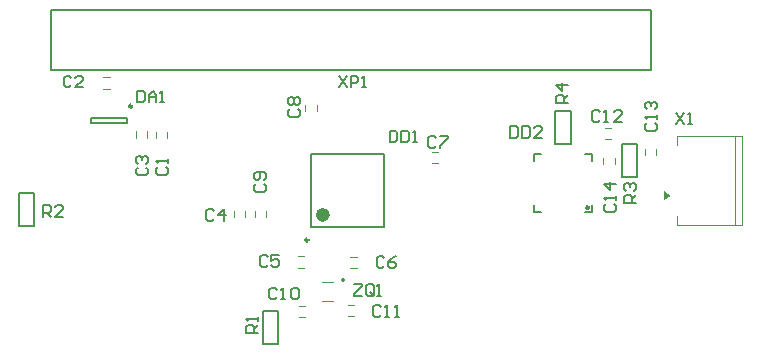
<source format=gto>
G04 Layer_Color=65535*
%FSLAX44Y44*%
%MOMM*%
G71*
G01*
G75*
%ADD22C,0.2500*%
%ADD24C,0.2000*%
%ADD25C,0.1500*%
%ADD36C,0.6000*%
%ADD37C,0.1000*%
G36*
X561550Y97750D02*
X555550Y93750D01*
Y101750D01*
X561550Y97750D01*
D02*
G37*
D22*
X254250Y60250D02*
G03*
X254250Y60250I-1250J0D01*
G01*
X491850Y87800D02*
G03*
X491850Y87800I-1250J0D01*
G01*
X105000Y173500D02*
G03*
X105000Y173500I-1250J0D01*
G01*
D24*
X284500Y26500D02*
G03*
X284500Y26500I-1000J0D01*
G01*
X35950Y204550D02*
X544050D01*
X35950D02*
Y255450D01*
X544050Y204550D02*
Y255450D01*
X35950D02*
X544050D01*
X318500Y71500D02*
Y133500D01*
X256500Y71500D02*
Y133500D01*
X318500D01*
X256500Y71500D02*
X318500D01*
X488499Y133499D02*
X494749D01*
X445248Y133250D02*
X451498D01*
X445249Y127001D02*
Y133251D01*
X494749Y127251D02*
Y133501D01*
X445250Y83998D02*
Y90248D01*
X445249Y83749D02*
X451499D01*
X494751Y83999D02*
Y90249D01*
X488500Y83750D02*
X494750D01*
X101000Y159000D02*
Y164000D01*
X70000Y159000D02*
Y164000D01*
X101000D01*
X70000Y159000D02*
X101000D01*
D25*
X9250Y72000D02*
X22250D01*
X9250Y100000D02*
X22250D01*
Y72000D02*
Y100000D01*
X9250D02*
X9250Y72000D01*
X215500Y-27500D02*
X228500D01*
X215500Y500D02*
X228500D01*
Y-27500D02*
Y500D01*
X215500D02*
X215500Y-27500D01*
X519500Y141250D02*
X532500D01*
X519500Y113250D02*
X532500D01*
X519500D02*
Y141250D01*
X532500D02*
X532500Y113250D01*
X463250Y169750D02*
X476250D01*
X463250Y141750D02*
X476250D01*
X463250D02*
Y169750D01*
X476250D02*
X476250Y141750D01*
X280000Y199497D02*
X286665Y189500D01*
Y199497D02*
X280000Y189500D01*
X289997D02*
Y199497D01*
X294995D01*
X296661Y197831D01*
Y194498D01*
X294995Y192832D01*
X289997D01*
X299994Y189500D02*
X303326D01*
X301660D01*
Y199497D01*
X299994Y197831D01*
X53664D02*
X51998Y199497D01*
X48666D01*
X47000Y197831D01*
Y191166D01*
X48666Y189500D01*
X51998D01*
X53664Y191166D01*
X63661Y189500D02*
X56997D01*
X63661Y196164D01*
Y197831D01*
X61995Y199497D01*
X58663D01*
X56997Y197831D01*
X109919Y121664D02*
X108253Y119998D01*
Y116666D01*
X109919Y115000D01*
X116584D01*
X118250Y116666D01*
Y119998D01*
X116584Y121664D01*
X109919Y124997D02*
X108253Y126663D01*
Y129995D01*
X109919Y131661D01*
X111586D01*
X113252Y129995D01*
Y128329D01*
Y129995D01*
X114918Y131661D01*
X116584D01*
X118250Y129995D01*
Y126663D01*
X116584Y124997D01*
X127169Y121915D02*
X125503Y120248D01*
Y116916D01*
X127169Y115250D01*
X133834D01*
X135500Y116916D01*
Y120248D01*
X133834Y121915D01*
X135500Y125247D02*
Y128579D01*
Y126913D01*
X125503D01*
X127169Y125247D01*
X210169Y107664D02*
X208503Y105998D01*
Y102666D01*
X210169Y101000D01*
X216834D01*
X218500Y102666D01*
Y105998D01*
X216834Y107664D01*
Y110997D02*
X218500Y112663D01*
Y115995D01*
X216834Y117661D01*
X210169D01*
X208503Y115995D01*
Y112663D01*
X210169Y110997D01*
X211835D01*
X213502Y112663D01*
Y117661D01*
X227665Y18331D02*
X225998Y19997D01*
X222666D01*
X221000Y18331D01*
Y11666D01*
X222666Y10000D01*
X225998D01*
X227665Y11666D01*
X230997Y10000D02*
X234329D01*
X232663D01*
Y19997D01*
X230997Y18331D01*
X239327D02*
X240993Y19997D01*
X244326D01*
X245992Y18331D01*
Y11666D01*
X244326Y10000D01*
X240993D01*
X239327Y11666D01*
Y18331D01*
X219664Y45831D02*
X217998Y47497D01*
X214666D01*
X213000Y45831D01*
Y39166D01*
X214666Y37500D01*
X217998D01*
X219664Y39166D01*
X229661Y47497D02*
X222997D01*
Y42498D01*
X226329Y44165D01*
X227995D01*
X229661Y42498D01*
Y39166D01*
X227995Y37500D01*
X224663D01*
X222997Y39166D01*
X238419Y171415D02*
X236753Y169748D01*
Y166416D01*
X238419Y164750D01*
X245084D01*
X246750Y166416D01*
Y169748D01*
X245084Y171415D01*
X238419Y174747D02*
X236753Y176413D01*
Y179745D01*
X238419Y181411D01*
X240086D01*
X241752Y179745D01*
X243418Y181411D01*
X245084D01*
X246750Y179745D01*
Y176413D01*
X245084Y174747D01*
X243418D01*
X241752Y176413D01*
X240086Y174747D01*
X238419D01*
X241752Y176413D02*
Y179745D01*
X323000Y152997D02*
Y143000D01*
X327999D01*
X329665Y144666D01*
Y151331D01*
X327999Y152997D01*
X323000D01*
X332997D02*
Y143000D01*
X337995D01*
X339661Y144666D01*
Y151331D01*
X337995Y152997D01*
X332997D01*
X342994Y143000D02*
X346326D01*
X344660D01*
Y152997D01*
X342994Y151331D01*
X315665Y3831D02*
X313998Y5497D01*
X310666D01*
X309000Y3831D01*
Y-2834D01*
X310666Y-4500D01*
X313998D01*
X315665Y-2834D01*
X318997Y-4500D02*
X322329D01*
X320663D01*
Y5497D01*
X318997Y3831D01*
X327327Y-4500D02*
X330660D01*
X328994D01*
Y5497D01*
X327327Y3831D01*
X318664Y45081D02*
X316998Y46747D01*
X313666D01*
X312000Y45081D01*
Y38416D01*
X313666Y36750D01*
X316998D01*
X318664Y38416D01*
X328661Y46747D02*
X325329Y45081D01*
X321997Y41748D01*
Y38416D01*
X323663Y36750D01*
X326995D01*
X328661Y38416D01*
Y40082D01*
X326995Y41748D01*
X321997D01*
X425250Y156997D02*
Y147000D01*
X430248D01*
X431914Y148666D01*
Y155331D01*
X430248Y156997D01*
X425250D01*
X435247D02*
Y147000D01*
X440245D01*
X441911Y148666D01*
Y155331D01*
X440245Y156997D01*
X435247D01*
X451908Y147000D02*
X445244D01*
X451908Y153665D01*
Y155331D01*
X450242Y156997D01*
X446910D01*
X445244Y155331D01*
X109000Y186747D02*
Y176750D01*
X113998D01*
X115665Y178416D01*
Y185081D01*
X113998Y186747D01*
X109000D01*
X118997Y176750D02*
Y183414D01*
X122329Y186747D01*
X125661Y183414D01*
Y176750D01*
Y181748D01*
X118997D01*
X128994Y176750D02*
X132326D01*
X130660D01*
Y186747D01*
X128994Y185081D01*
X362415Y146831D02*
X360748Y148497D01*
X357416D01*
X355750Y146831D01*
Y140166D01*
X357416Y138500D01*
X360748D01*
X362415Y140166D01*
X365747Y148497D02*
X372411D01*
Y146831D01*
X365747Y140166D01*
Y138500D01*
X501165Y168831D02*
X499498Y170497D01*
X496166D01*
X494500Y168831D01*
Y162166D01*
X496166Y160500D01*
X499498D01*
X501165Y162166D01*
X504497Y160500D02*
X507829D01*
X506163D01*
Y170497D01*
X504497Y168831D01*
X519492Y160500D02*
X512827D01*
X519492Y167164D01*
Y168831D01*
X517826Y170497D01*
X514493D01*
X512827Y168831D01*
X29750Y79750D02*
Y89747D01*
X34748D01*
X36414Y88081D01*
Y84748D01*
X34748Y83082D01*
X29750D01*
X33082D02*
X36414Y79750D01*
X46411D02*
X39747D01*
X46411Y86414D01*
Y88081D01*
X44745Y89747D01*
X41413D01*
X39747Y88081D01*
X174415Y84831D02*
X172748Y86497D01*
X169416D01*
X167750Y84831D01*
Y78166D01*
X169416Y76500D01*
X172748D01*
X174415Y78166D01*
X182745Y76500D02*
Y86497D01*
X177747Y81498D01*
X184411D01*
X211750Y-18250D02*
X201753D01*
Y-13252D01*
X203419Y-11586D01*
X206752D01*
X208418Y-13252D01*
Y-18250D01*
Y-14918D02*
X211750Y-11586D01*
Y-8253D02*
Y-4921D01*
Y-6587D01*
X201753D01*
X203419Y-8253D01*
X506419Y90665D02*
X504753Y88998D01*
Y85666D01*
X506419Y84000D01*
X513084D01*
X514750Y85666D01*
Y88998D01*
X513084Y90665D01*
X514750Y93997D02*
Y97329D01*
Y95663D01*
X504753D01*
X506419Y93997D01*
X514750Y107326D02*
X504753D01*
X509752Y102327D01*
Y108992D01*
X531500Y91500D02*
X521503D01*
Y96498D01*
X523169Y98165D01*
X526502D01*
X528168Y96498D01*
Y91500D01*
Y94832D02*
X531500Y98165D01*
X523169Y101497D02*
X521503Y103163D01*
Y106495D01*
X523169Y108161D01*
X524836D01*
X526502Y106495D01*
Y104829D01*
Y106495D01*
X528168Y108161D01*
X529834D01*
X531500Y106495D01*
Y103163D01*
X529834Y101497D01*
X474000Y176250D02*
X464003D01*
Y181248D01*
X465669Y182915D01*
X469002D01*
X470668Y181248D01*
Y176250D01*
Y179582D02*
X474000Y182915D01*
Y191245D02*
X464003D01*
X469002Y186247D01*
Y192911D01*
X540919Y159164D02*
X539253Y157498D01*
Y154166D01*
X540919Y152500D01*
X547584D01*
X549250Y154166D01*
Y157498D01*
X547584Y159164D01*
X549250Y162497D02*
Y165829D01*
Y164163D01*
X539253D01*
X540919Y162497D01*
Y170827D02*
X539253Y172494D01*
Y175826D01*
X540919Y177492D01*
X542585D01*
X544252Y175826D01*
Y174160D01*
Y175826D01*
X545918Y177492D01*
X547584D01*
X549250Y175826D01*
Y172494D01*
X547584Y170827D01*
X292750Y22747D02*
X299415D01*
Y21081D01*
X292750Y14416D01*
Y12750D01*
X299415D01*
X309411Y14416D02*
Y21081D01*
X307745Y22747D01*
X304413D01*
X302747Y21081D01*
Y14416D01*
X304413Y12750D01*
X307745D01*
X306079Y16082D02*
X309411Y12750D01*
X307745D02*
X309411Y14416D01*
X312744Y12750D02*
X316076D01*
X314410D01*
Y22747D01*
X312744Y21081D01*
X565500Y168247D02*
X572164Y158250D01*
Y168247D02*
X565500Y158250D01*
X575497D02*
X578829D01*
X577163D01*
Y168247D01*
X575497Y166581D01*
D36*
X269500Y81500D02*
G03*
X269500Y81500I-3000J0D01*
G01*
D37*
X80750Y188500D02*
X86250D01*
X80750Y198000D02*
X86250D01*
X108250Y146750D02*
Y152250D01*
X117750Y146750D02*
Y152250D01*
X134500Y146500D02*
Y152000D01*
X125000Y146500D02*
Y152000D01*
X218750Y79750D02*
Y85250D01*
X209250Y79750D02*
Y85250D01*
X246000Y4500D02*
X251500D01*
X246000Y-5000D02*
X251500D01*
X245250Y46500D02*
X250750D01*
X245250Y37000D02*
X250750D01*
X261250Y169500D02*
Y175000D01*
X251750Y169500D02*
Y175000D01*
X287500Y-4250D02*
X293000D01*
X287500Y5250D02*
X293000D01*
X289750Y46000D02*
X295250D01*
X289750Y36500D02*
X295250D01*
X358750Y125250D02*
X364250D01*
X358750Y134750D02*
X364250D01*
X505000Y155000D02*
X510500D01*
X505000Y145500D02*
X510500D01*
X191250Y79750D02*
Y85250D01*
X200750Y79750D02*
Y85250D01*
X504000Y124500D02*
Y130000D01*
X513500Y124500D02*
Y130000D01*
X539250Y132000D02*
Y137500D01*
X548750Y132000D02*
Y137500D01*
X265500Y24500D02*
X275500D01*
X265500Y8500D02*
X275500D01*
X615051Y72750D02*
Y148750D01*
X566050Y140750D02*
Y148750D01*
X621050D01*
X566050Y72750D02*
Y80750D01*
Y72750D02*
X621050D01*
Y148750D01*
M02*

</source>
